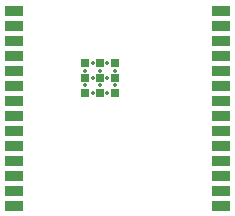
<source format=gbr>
%TF.GenerationSoftware,KiCad,Pcbnew,9.0.7*%
%TF.CreationDate,2026-02-08T14:18:17-05:00*%
%TF.ProjectId,esp32-c6-wroom,65737033-322d-4633-962d-77726f6f6d2e,rev?*%
%TF.SameCoordinates,Original*%
%TF.FileFunction,Copper,L1,Top*%
%TF.FilePolarity,Positive*%
%FSLAX46Y46*%
G04 Gerber Fmt 4.6, Leading zero omitted, Abs format (unit mm)*
G04 Created by KiCad (PCBNEW 9.0.7) date 2026-02-08 14:18:17*
%MOMM*%
%LPD*%
G01*
G04 APERTURE LIST*
%TA.AperFunction,SMDPad,CuDef*%
%ADD10R,1.500000X0.900000*%
%TD*%
%TA.AperFunction,SMDPad,CuDef*%
%ADD11R,0.800000X0.800000*%
%TD*%
%TA.AperFunction,ComponentPad*%
%ADD12C,0.350000*%
%TD*%
G04 APERTURE END LIST*
D10*
%TO.P,U1,1,GND*%
%TO.N,GND*%
X142000000Y-93990000D03*
%TO.P,U1,2,3V3*%
%TO.N,unconnected-(U1-3V3-Pad2)*%
X142000000Y-95260000D03*
%TO.P,U1,3,EN*%
%TO.N,unconnected-(U1-EN-Pad3)*%
X142000000Y-96530000D03*
%TO.P,U1,4,IO4*%
%TO.N,unconnected-(U1-IO4-Pad4)*%
X142000000Y-97800000D03*
%TO.P,U1,5,IO5*%
%TO.N,unconnected-(U1-IO5-Pad5)*%
X142000000Y-99070000D03*
%TO.P,U1,6,IO6*%
%TO.N,unconnected-(U1-IO6-Pad6)*%
X142000000Y-100340000D03*
%TO.P,U1,7,IO7*%
%TO.N,unconnected-(U1-IO7-Pad7)*%
X142000000Y-101610000D03*
%TO.P,U1,8,IO0*%
%TO.N,unconnected-(U1-IO0-Pad8)*%
X142000000Y-102880000D03*
%TO.P,U1,9,IO1*%
%TO.N,unconnected-(U1-IO1-Pad9)*%
X142000000Y-104150000D03*
%TO.P,U1,10,IO8*%
%TO.N,unconnected-(U1-IO8-Pad10)*%
X142000000Y-105420000D03*
%TO.P,U1,11,IO10*%
%TO.N,unconnected-(U1-IO10-Pad11)*%
X142000000Y-106690000D03*
%TO.P,U1,12,IO11*%
%TO.N,unconnected-(U1-IO11-Pad12)*%
X142000000Y-107960000D03*
%TO.P,U1,13,IO12*%
%TO.N,unconnected-(U1-IO12-Pad13)*%
X142000000Y-109230000D03*
%TO.P,U1,14,IO13*%
%TO.N,unconnected-(U1-IO13-Pad14)*%
X142000000Y-110500000D03*
%TO.P,U1,15,IO9*%
%TO.N,unconnected-(U1-IO9-Pad15)*%
X159500000Y-110500000D03*
%TO.P,U1,16,IO18*%
%TO.N,unconnected-(U1-IO18-Pad16)*%
X159500000Y-109230000D03*
%TO.P,U1,17,IO19*%
%TO.N,unconnected-(U1-IO19-Pad17)*%
X159500000Y-107960000D03*
%TO.P,U1,18,IO20*%
%TO.N,unconnected-(U1-IO20-Pad18)*%
X159500000Y-106690000D03*
%TO.P,U1,19,IO21*%
%TO.N,unconnected-(U1-IO21-Pad19)*%
X159500000Y-105420000D03*
%TO.P,U1,20,IO22*%
%TO.N,unconnected-(U1-IO22-Pad20)*%
X159500000Y-104150000D03*
%TO.P,U1,21,IO23*%
%TO.N,unconnected-(U1-IO23-Pad21)*%
X159500000Y-102880000D03*
%TO.P,U1,22,NC*%
%TO.N,unconnected-(U1-NC-Pad22)*%
X159500000Y-101610000D03*
%TO.P,U1,23,IO15*%
%TO.N,unconnected-(U1-IO15-Pad23)*%
X159500000Y-100340000D03*
%TO.P,U1,24,RXD0/GPIO17*%
%TO.N,unconnected-(U1-RXD0{slash}GPIO17-Pad24)*%
X159500000Y-99070000D03*
%TO.P,U1,25,TXD0/GPIO16*%
%TO.N,unconnected-(U1-TXD0{slash}GPIO16-Pad25)*%
X159500000Y-97800000D03*
%TO.P,U1,26,IO3*%
%TO.N,unconnected-(U1-IO3-Pad26)*%
X159500000Y-96530000D03*
%TO.P,U1,27,IO2*%
%TO.N,unconnected-(U1-IO2-Pad27)*%
X159500000Y-95260000D03*
%TO.P,U1,28,GND*%
%TO.N,GND*%
X159500000Y-93990000D03*
D11*
%TO.P,U1,29_5,GND*%
X149245000Y-99710000D03*
%TO.P,U1,29_1,GND*%
X147995000Y-98460000D03*
%TO.P,U1,29_2,GND*%
X149245000Y-98460000D03*
%TO.P,U1,29_3,GND*%
X150495000Y-98460000D03*
%TO.P,U1,29_4,GND*%
X147995000Y-99710000D03*
%TO.P,U1,29_6,GND*%
X150495000Y-99710000D03*
%TO.P,U1,29_7,GND*%
X147995000Y-100960000D03*
%TO.P,U1,29_8,GND*%
X149245000Y-100960000D03*
%TO.P,U1,29_9,GND*%
X150495000Y-100960000D03*
D12*
%TO.P,U1,30_1*%
%TO.N,N/C*%
X148620000Y-98460000D03*
%TO.P,U1,30_2*%
X149870000Y-98460000D03*
%TO.P,U1,30_3*%
X147995000Y-99085000D03*
%TO.P,U1,30_4*%
X149245000Y-99085000D03*
%TO.P,U1,30_5*%
X150495000Y-99085000D03*
%TO.P,U1,30_6*%
X148620000Y-99710000D03*
%TO.P,U1,30_7*%
X149870000Y-99710000D03*
%TO.P,U1,30_8*%
X147995000Y-100335000D03*
%TO.P,U1,30_9*%
X149245000Y-100335000D03*
%TO.P,U1,30_10*%
X150495000Y-100335000D03*
%TO.P,U1,30_11*%
X148620000Y-100960000D03*
%TO.P,U1,30_12*%
X149870000Y-100960000D03*
%TD*%
M02*

</source>
